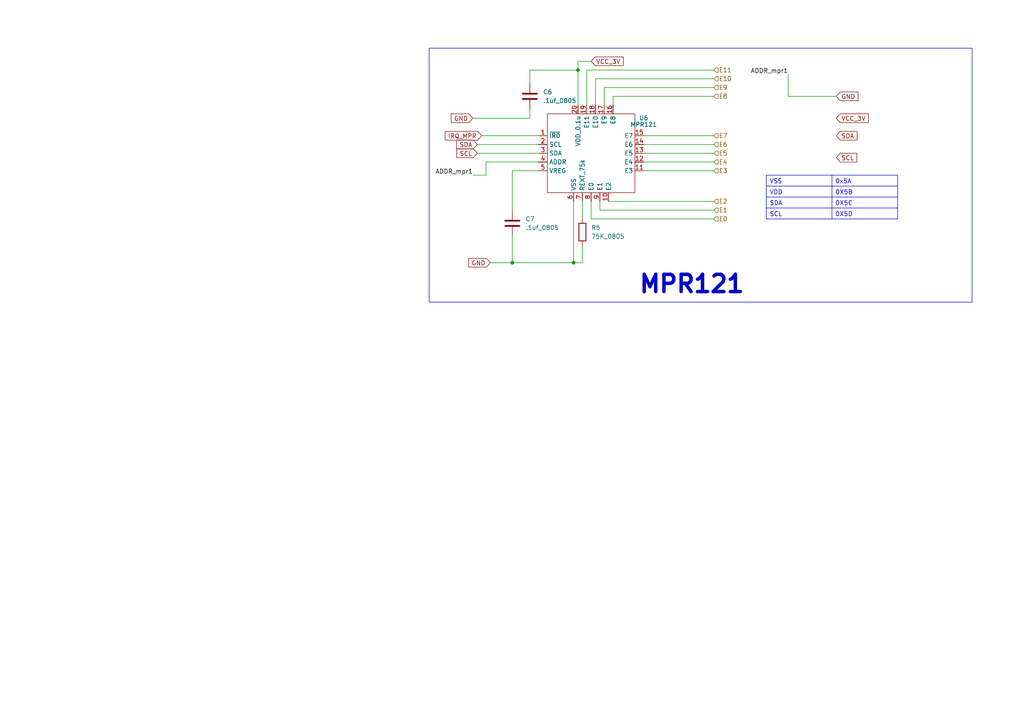
<source format=kicad_sch>
(kicad_sch (version 20250114) (generator "eeschema") (generator_version "9.0")
  (paper "A4")
  (lib_symbols
    (symbol "Device:C" (pin_numbers (hide yes)) (pin_names (offset 0.254))
      (property "Reference" "C" (at 0.635 2.54 0))
      (property "Value" "C" (at 0.635 -2.54 0))
      (symbol "C_0_1"
        (polyline (pts (xy -2.032 0.762) (xy 2.032 0.762)) (stroke (width 0.508)))
        (polyline (pts (xy -2.032 -0.762) (xy 2.032 -0.762)) (stroke (width 0.508)))
      )
      (symbol "C_1_1"
        (pin passive line (at 0 3.81 270) (length 2.794) (name "~") (number "1"))
        (pin passive line (at 0 -3.81 90) (length 2.794) (name "~") (number "2"))
      )
    )
    (symbol "Device:R" (pin_numbers (hide yes)) (pin_names (offset 0))
      (property "Reference" "R" (at 2.032 0 90))
      (property "Value" "R" (at 0 0 90))
      (symbol "R_0_1"
        (rectangle (start -1.016 -2.54) (end 1.016 2.54) (stroke (width 0.254)))
      )
      (symbol "R_1_1"
        (pin passive line (at 0 3.81 270) (length 1.27) (name "~") (number "1"))
        (pin passive line (at 0 -3.81 90) (length 1.27) (name "~") (number "2"))
      )
    )
    (symbol "fevino:mpr121"
      (property "Reference" "U" (at 0 0 0))
      (symbol "mpr121_0_0"
        (pin input line (at -16.51 2.54 0) (length 2.54) (name "SCL") (number "2"))
        (pin input line (at -16.51 0 0) (length 2.54) (name "SDA") (number "3"))
        (pin input line (at -16.51 -2.54 0) (length 2.54) (name "ADDR") (number "4"))
        (pin input line (at -16.51 -5.08 0) (length 2.54) (name "VREG") (number "5"))
        (pin input line (at -6.35 -13.97 90) (length 2.54) (name "VSS") (number "6"))
        (pin input line (at -5.08 13.97 270) (length 2.54) (name "VDD_0.1u") (number "20"))
        (pin input line (at -3.81 -13.97 90) (length 2.54) (name "REXT_75k") (number "7"))
        (pin bidirectional line (at -2.54 13.97 270) (length 2.54) (name "E11") (number "19"))
        (pin tri_state line (at -1.27 -13.97 90) (length 2.54) (name "E0") (number "8"))
        (pin bidirectional line (at 0 13.97 270) (length 2.54) (name "E10") (number "18"))
        (pin bidirectional line (at 1.27 -13.97 90) (length 2.54) (name "E1") (number "9"))
        (pin bidirectional line (at 2.54 13.97 270) (length 2.54) (name "E9") (number "17"))
        (pin bidirectional line (at 3.81 -13.97 90) (length 2.54) (name "E2") (number "10"))
        (pin bidirectional line (at 5.08 13.97 270) (length 2.54) (name "E8") (number "16"))
        (pin bidirectional line (at 13.97 5.08 180) (length 2.54) (name "E7") (number "15"))
        (pin bidirectional line (at 13.97 2.54 180) (length 2.54) (name "E6") (number "14"))
        (pin bidirectional line (at 13.97 0 180) (length 2.54) (name "E5") (number "13"))
        (pin bidirectional line (at 13.97 -2.54 180) (length 2.54) (name "E4") (number "12"))
        (pin bidirectional line (at 13.97 -5.08 180) (length 2.54) (name "E3") (number "11"))
      )
      (symbol "mpr121_0_1"
        (rectangle (start -13.97 11.43) (end 11.43 -11.43))
      )
      (symbol "mpr121_1_0"
        (pin output line (at -16.51 5.08 0) (length 2.54) (name "~{IRD}") (number "1"))
      )
    )
  )
  (rectangle (start 124.46 13.97) (end 281.94 87.63))
  (text "MPR121" (at 200.66 82.55 0) (effects (font (size 5 5) (thickness 1) (bold yes))))
  (junction (at 167.64 20.32))
  (junction (at 166.37 76.2))
  (junction (at 148.59 76.2))
  (wire (pts (xy 153.67 31.75) (xy 153.67 34.29)))
  (wire (pts (xy 137.16 34.29) (xy 153.67 34.29)))
  (wire (pts (xy 186.69 44.45) (xy 207.01 44.45)))
  (wire (pts (xy 140.97 46.99) (xy 156.21 46.99)))
  (wire (pts (xy 167.64 17.78) (xy 167.64 20.32)))
  (wire (pts (xy 186.69 46.99) (xy 207.01 46.99)))
  (wire (pts (xy 186.69 39.37) (xy 207.01 39.37)))
  (wire (pts (xy 186.69 49.53) (xy 207.01 49.53)))
  (wire (pts (xy 175.26 30.48) (xy 175.26 25.4)))
  (wire (pts (xy 139.7 39.37) (xy 156.21 39.37)))
  (wire (pts (xy 137.16 50.8) (xy 140.97 50.8)))
  (wire (pts (xy 171.45 63.5) (xy 207.01 63.5)))
  (wire (pts (xy 173.99 58.42) (xy 173.99 60.96)))
  (wire (pts (xy 177.8 30.48) (xy 177.8 27.94)))
  (wire (pts (xy 148.59 76.2) (xy 166.37 76.2)))
  (wire (pts (xy 140.97 50.8) (xy 140.97 46.99)))
  (wire (pts (xy 167.64 20.32) (xy 167.64 30.48)))
  (wire (pts (xy 186.69 41.91) (xy 207.01 41.91)))
  (wire (pts (xy 170.18 20.32) (xy 207.01 20.32)))
  (wire (pts (xy 228.6 27.94) (xy 242.57 27.94)))
  (wire (pts (xy 153.67 20.32) (xy 153.67 24.13)))
  (wire (pts (xy 176.53 58.42) (xy 207.01 58.42)))
  (wire (pts (xy 138.43 44.45) (xy 156.21 44.45)))
  (wire (pts (xy 148.59 49.53) (xy 156.21 49.53)))
  (wire (pts (xy 148.59 68.58) (xy 148.59 76.2)))
  (wire (pts (xy 172.72 30.48) (xy 172.72 22.86)))
  (wire (pts (xy 177.8 27.94) (xy 207.01 27.94)))
  (wire (pts (xy 142.24 76.2) (xy 148.59 76.2)))
  (wire (pts (xy 172.72 22.86) (xy 207.01 22.86)))
  (wire (pts (xy 171.45 17.78) (xy 167.64 17.78)))
  (wire (pts (xy 166.37 76.2) (xy 168.91 76.2)))
  (wire (pts (xy 166.37 58.42) (xy 166.37 76.2)))
  (wire (pts (xy 173.99 60.96) (xy 207.01 60.96)))
  (wire (pts (xy 171.45 58.42) (xy 171.45 63.5)))
  (wire (pts (xy 168.91 58.42) (xy 168.91 63.5)))
  (wire (pts (xy 168.91 76.2) (xy 168.91 71.12)))
  (wire (pts (xy 228.6 21.59) (xy 228.6 27.94)))
  (wire (pts (xy 148.59 60.96) (xy 148.59 49.53)))
  (wire (pts (xy 138.43 41.91) (xy 156.21 41.91)))
  (wire (pts (xy 153.67 20.32) (xy 167.64 20.32)))
  (wire (pts (xy 175.26 25.4) (xy 207.01 25.4)))
  (wire (pts (xy 170.18 30.48) (xy 170.18 20.32)))
  (table (column_count 2) (border (external yes) (header yes)) (separators (rows yes) (cols yes)) (column_widths 19.05 19.05) (row_heights 3.175 3.175 3.175 3.175) (cells (table_cell "VSS" (at 222.25 50.8 0) (size 19.05 3.175) (margins 0.9525 0.9525 0.9525 0.9525) (span 1 1)) (table_cell "0x5A" (at 241.3 50.8 0) (size 19.05 3.175) (margins 0.9525 0.9525 0.9525 0.9525) (span 1 1)) (table_cell "VDD" (at 222.25 53.975 0) (size 19.05 3.175) (margins 0.9525 0.9525 0.9525 0.9525) (span 1 1)) (table_cell "0X5B" (at 241.3 53.975 0) (size 19.05 3.175) (margins 0.9525 0.9525 0.9525 0.9525) (span 1 1)) (table_cell "SDA" (at 222.25 57.15 0) (size 19.05 3.175) (margins 0.9525 0.9525 0.9525 0.9525) (span 1 1)) (table_cell "0X5C" (at 241.3 57.15 0) (size 19.05 3.175) (margins 0.9525 0.9525 0.9525 0.9525) (span 1 1)) (table_cell "SCL" (at 222.25 60.325 0) (size 19.05 3.175) (margins 0.9525 0.9525 0.9525 0.9525) (span 1 1)) (table_cell "0X5D" (at 241.3 60.325 0) (size 19.05 3.175) (margins 0.9525 0.9525 0.9525 0.9525) (span 1 1))))
  (label "ADDR_mpr1" (at 137.16 50.8 180))
  (label "ADDR_mpr1" (at 228.6 21.59 180))
  (global_label "VCC_3V" (shape input) (at 171.45 17.78 0) (property "Intersheetrefs" "${INTERSHEET_REFS}" (effects (hide yes))))
  (global_label "SDA" (shape input) (at 242.57 39.37 0) (property "Intersheetrefs" "${INTERSHEET_REFS}" (effects (hide yes))))
  (global_label "IRQ_MPR" (shape input) (at 139.7 39.37 180) (property "Intersheetrefs" "${INTERSHEET_REFS}" (effects (hide yes))))
  (global_label "VCC_3V" (shape input) (at 242.57 34.29 0) (property "Intersheetrefs" "${INTERSHEET_REFS}" (effects (hide yes))))
  (global_label "SCL" (shape input) (at 242.57 45.72 0) (property "Intersheetrefs" "${INTERSHEET_REFS}" (effects (hide yes))))
  (global_label "GND" (shape input) (at 137.16 34.29 180) (property "Intersheetrefs" "${INTERSHEET_REFS}" (effects (hide yes))))
  (global_label "SCL" (shape input) (at 138.43 44.45 180) (property "Intersheetrefs" "${INTERSHEET_REFS}" (effects (hide yes))))
  (global_label "GND" (shape input) (at 242.57 27.94 0) (property "Intersheetrefs" "${INTERSHEET_REFS}" (effects (hide yes))))
  (global_label "GND" (shape input) (at 142.24 76.2 180) (property "Intersheetrefs" "${INTERSHEET_REFS}" (effects (hide yes))))
  (global_label "SDA" (shape input) (at 138.43 41.91 180) (property "Intersheetrefs" "${INTERSHEET_REFS}" (effects (hide yes))))
  (hierarchical_label "E2" (shape input) (at 207.01 58.42 0))
  (hierarchical_label "E1" (shape input) (at 207.01 60.96 0))
  (hierarchical_label "E0" (shape input) (at 207.01 63.5 0))
  (hierarchical_label "E4" (shape input) (at 207.01 46.99 0))
  (hierarchical_label "E8" (shape input) (at 207.01 27.94 0))
  (hierarchical_label "E7" (shape input) (at 207.01 39.37 0))
  (hierarchical_label "E6" (shape input) (at 207.01 41.91 0))
  (hierarchical_label "E3" (shape input) (at 207.01 49.53 0))
  (hierarchical_label "E9" (shape input) (at 207.01 25.4 0))
  (hierarchical_label "E11" (shape input) (at 207.01 20.32 0))
  (hierarchical_label "E5" (shape input) (at 207.01 44.45 0))
  (hierarchical_label "E10" (shape input) (at 207.01 22.86 0))
  (symbol (lib_id "Device:C") (at 153.67 27.94 0) (unit 1)
    (property "Reference" "C6" (at 157.48 26.6699 0) (effects (justify left)))
    (property "Value" ".1uf_0805" (at 157.48 29.2099 0) (effects (justify left)))
    (property "Footprint" "fevino:C_0805" (effects (hide yes)))
    (property "Description" "Unpolarized capacitor" (effects (hide yes)))
  )
  (symbol (lib_id "Device:R") (at 168.91 67.31 0) (unit 1)
    (property "Reference" "R5" (at 171.45 66.0399 0) (effects (justify left)))
    (property "Value" "75K_0805" (at 171.45 68.5799 0) (effects (justify left)))
    (property "Footprint" "fevino:R_0805" (effects (hide yes)))
    (property "Description" "Resistor" (effects (hide yes)))
  )
  (symbol (lib_id "Device:C") (at 148.59 64.77 0) (unit 1)
    (property "Reference" "C7" (at 152.4 63.4999 0) (effects (justify left)))
    (property "Value" ".1uf_0805" (at 152.4 66.0399 0) (effects (justify left)))
    (property "Footprint" "fevino:C_0805" (effects (hide yes)))
    (property "Description" "Unpolarized capacitor" (effects (hide yes)))
  )
  (symbol (lib_id "fevino:mpr121") (at 172.72 44.45 0) (unit 1)
    (property "Reference" "U6" (at 186.69 34.2198 0))
    (property "Value" "MPR121" (at 186.69 36.1249 0))
    (property "Footprint" "fevino:mpr121" (effects (hide yes)))
    (property "Datasheet" "https://www.sparkfun.com/datasheets/Components/MPR121.pdf" (effects (hide yes)))
  )
)
</source>
